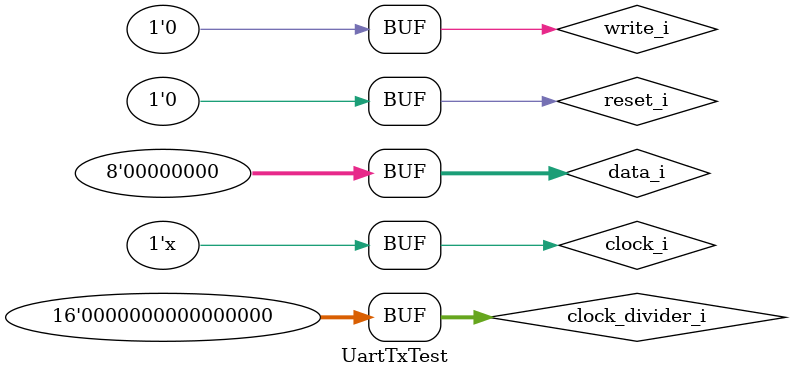
<source format=v>
module UartTxTest ();

reg reset_i = 1'b0;
reg clock_i = 1'b0;
reg [15:0] clock_divider_i = 0;
reg write_i = 1'b0;
reg [7:0] data_i = 8'h00;
wire serial_o;
wire busy_o;

UartTx uart_tx
(
  .reset_i(reset_i),
  .clock_i(clock_i),
  .clock_divider_i(clock_divider_i),
  .write_i(write_i),
  .data_i(data_i),
  .serial_o(serial_o),
  .busy_o(busy_o)
);

always #1 clock_i <= ~clock_i;

always @ (*) begin
  if (reset_i) begin
    if (!busy_o)
      $display("FAILED - busy_o should be high when reset_i is high");

    if (!serial_o)
      $display("FAILED - serial_o should be high when reset_i is high");
  end
end

initial begin
  // ---------------------------------------------------------------------------
  // Test reset
  // ---------------------------------------------------------------------------
  #1 reset_i = 1'b1;

  #1
  if (!busy_o)
    $display("FAILED - Should be busy during reset_i");

  reset_i = 1'b0;

  #22 if (!busy_o)
    $display("FAILED - Should wait one packet length after reset");

  #2 if (busy_o)
    $display("FAILED - busy_o should go low after reset wait time");

  // ---------------------------------------------------------------------------
  // Test write
  // ---------------------------------------------------------------------------
  #1 clock_divider_i = 1;
  #4 data_i = 8'h55;
  #4 write_i = 1'b1;
  #4 write_i = 1'b0;

  // ---------------------------------------------------------------------------
  // Test only write once if write stays high
  // ---------------------------------------------------------------------------

  // ---------------------------------------------------------------------------
  // Test write doesn't overwrite data when module is busy
  // ---------------------------------------------------------------------------

  // ---------------------------------------------------------------------------
  // Test clock divider
  // ---------------------------------------------------------------------------
end

endmodule

</source>
